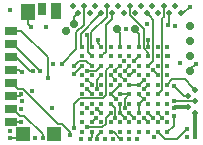
<source format=gbr>
G04 #@! TF.GenerationSoftware,KiCad,Pcbnew,(5.1.0)-1*
G04 #@! TF.CreationDate,2019-09-21T16:05:28-07:00*
G04 #@! TF.ProjectId,Miniscope-v4-wire-free,4d696e69-7363-46f7-9065-2d76342d7769,rev?*
G04 #@! TF.SameCoordinates,Original*
G04 #@! TF.FileFunction,Copper,L1,Top*
G04 #@! TF.FilePolarity,Positive*
%FSLAX46Y46*%
G04 Gerber Fmt 4.6, Leading zero omitted, Abs format (unit mm)*
G04 Created by KiCad (PCBNEW (5.1.0)-1) date 2019-09-21 16:05:28*
%MOMM*%
%LPD*%
G04 APERTURE LIST*
%ADD10C,0.700000*%
%ADD11C,0.370000*%
%ADD12C,0.508000*%
%ADD13R,0.900000X1.400000*%
%ADD14R,0.700000X1.000000*%
%ADD15R,1.200000X1.450000*%
%ADD16R,1.000000X0.700000*%
%ADD17R,1.200000X1.150000*%
%ADD18C,0.450000*%
%ADD19C,0.152400*%
%ADD20C,0.304800*%
G04 APERTURE END LIST*
D10*
X107172200Y-87789200D03*
X106461000Y-88424200D03*
X112277600Y-88246400D03*
X110750000Y-88250000D03*
D11*
X107839400Y-89726400D03*
X108639400Y-89726400D03*
X109439400Y-89726400D03*
X110239400Y-89726400D03*
X111039400Y-89726400D03*
X111839400Y-89726400D03*
X112639400Y-89726400D03*
X113439400Y-89726400D03*
X114239400Y-89726400D03*
X115039400Y-89726400D03*
X107839400Y-90526400D03*
X108639400Y-90526400D03*
X109439400Y-90526400D03*
X110239400Y-90526400D03*
X111039400Y-90526400D03*
X111839400Y-90526400D03*
X112639400Y-90526400D03*
X113439400Y-90526400D03*
X114239400Y-90526400D03*
X115039400Y-90526400D03*
X107839400Y-91326400D03*
X108639400Y-91326400D03*
X109439400Y-91326400D03*
X110239400Y-91326400D03*
X111039400Y-91326400D03*
X111839400Y-91326400D03*
X112639400Y-91326400D03*
X113439400Y-91326400D03*
X114239400Y-91326400D03*
X115039400Y-91326400D03*
X107839400Y-92126400D03*
X108639400Y-92126400D03*
X109439400Y-92126400D03*
X110239400Y-92126400D03*
X111039400Y-92126400D03*
X111839400Y-92126400D03*
X112639400Y-92126400D03*
X113439400Y-92126400D03*
X114239400Y-92126400D03*
X115039400Y-92126400D03*
X107839400Y-92926400D03*
X108639400Y-92926400D03*
X109439400Y-92926400D03*
X110239400Y-92926400D03*
X111039400Y-92926400D03*
X111839400Y-92926400D03*
X112639400Y-92926400D03*
X113439400Y-92926400D03*
X114239400Y-92926400D03*
X115039400Y-92926400D03*
X107839400Y-93726400D03*
X108639400Y-93726400D03*
X109439400Y-93726400D03*
X110239400Y-93726400D03*
X111039400Y-93726400D03*
X111839400Y-93726400D03*
X112639400Y-93726400D03*
X113439400Y-93726400D03*
X114239400Y-93726400D03*
X115039400Y-93726400D03*
X107839400Y-94526400D03*
X108639400Y-94526400D03*
X109439400Y-94526400D03*
X110239400Y-94526400D03*
X111039400Y-94526400D03*
X111839400Y-94526400D03*
X112639400Y-94526400D03*
X113439400Y-94526400D03*
X114239400Y-94526400D03*
X115039400Y-94526400D03*
X107839400Y-95326400D03*
X108639400Y-95326400D03*
X109439400Y-95326400D03*
X110239400Y-95326400D03*
X111039400Y-95326400D03*
X111839400Y-95326400D03*
X112639400Y-95326400D03*
X113439400Y-95326400D03*
X114239400Y-95326400D03*
X115039400Y-95326400D03*
X107839400Y-96126400D03*
X108639400Y-96126400D03*
X109439400Y-96126400D03*
X110239400Y-96126400D03*
X111039400Y-96126400D03*
X111839400Y-96126400D03*
X112639400Y-96126400D03*
X113439400Y-96126400D03*
X114239400Y-96126400D03*
X115039400Y-96126400D03*
X107839400Y-96926400D03*
X108639400Y-96926400D03*
X109439400Y-96926400D03*
X110239400Y-96926400D03*
X111039400Y-96926400D03*
X111839400Y-96926400D03*
X112639400Y-96926400D03*
X113439400Y-96926400D03*
X114239400Y-96926400D03*
X115039400Y-96926400D03*
D12*
X116189190Y-86874800D03*
X115706591Y-86265200D03*
X115223991Y-86874800D03*
X114741392Y-86265200D03*
X114258792Y-86874800D03*
X113776193Y-86265200D03*
X113293593Y-86874800D03*
X112810994Y-86265200D03*
X112328394Y-86874800D03*
X111845795Y-86265200D03*
X111363195Y-86874800D03*
X110880596Y-86265200D03*
X110397996Y-86874800D03*
X109915397Y-86265200D03*
X109432797Y-86874800D03*
X108950198Y-86265200D03*
X108467598Y-86874800D03*
X107984999Y-86265200D03*
X107502399Y-86874800D03*
X107019800Y-86265200D03*
D10*
X117002000Y-91751600D03*
X117002000Y-90481600D03*
X117002000Y-89211600D03*
D12*
X117408400Y-93377200D03*
X116798800Y-93859799D03*
X117408400Y-94342399D03*
X116798800Y-94824998D03*
X117408400Y-95307598D03*
D10*
X117002000Y-87941600D03*
D13*
X105577400Y-86708800D03*
D14*
X104427400Y-86508800D03*
D15*
X103277400Y-86733800D03*
D16*
X101787400Y-88358800D03*
X101787400Y-89458800D03*
X101787400Y-94958800D03*
X101787400Y-93858800D03*
X101787400Y-90558800D03*
X101787400Y-91658800D03*
X101787400Y-92758800D03*
X101787400Y-96058800D03*
D17*
X102837400Y-97133800D03*
X105427400Y-97133800D03*
D18*
X105267200Y-97466600D03*
X105241800Y-94926600D03*
X102676400Y-93732800D03*
X107502399Y-86874800D03*
X113039600Y-94173700D03*
X113039600Y-92539000D03*
X113903200Y-97390400D03*
X117433800Y-91142000D03*
X105394200Y-91142000D03*
X101736600Y-97441200D03*
X103463800Y-88017800D03*
X111398495Y-90948517D03*
X115681200Y-87967000D03*
X116697200Y-97339600D03*
X115630400Y-94901200D03*
X110674038Y-94173700D03*
X109102599Y-97517399D03*
X112455400Y-97492000D03*
X113293600Y-87763800D03*
X111566400Y-88221000D03*
X114614400Y-95714000D03*
X112252200Y-95739400D03*
X111439400Y-94926600D03*
X110626600Y-92539000D03*
X113065000Y-93326400D03*
X102676400Y-94952004D03*
X113776193Y-86265200D03*
X117002000Y-87941600D03*
X107731000Y-97492000D03*
X109737600Y-97492000D03*
X113827000Y-95714000D03*
X111439400Y-95714000D03*
X111439400Y-92564400D03*
X108239000Y-94926600D03*
X113039600Y-95764800D03*
X110403511Y-97492002D03*
X110652000Y-95714000D03*
X111820400Y-97492000D03*
X104784600Y-88017800D03*
X106511800Y-88246400D03*
X103844800Y-97415800D03*
X107019800Y-86265200D03*
X102701800Y-91853200D03*
X101729400Y-86620800D03*
X117408400Y-97365000D03*
X116087600Y-91065800D03*
X115579600Y-95561600D03*
X116748000Y-96653800D03*
X104911600Y-92386600D03*
X104276600Y-91751600D03*
X104479800Y-97441200D03*
X103641600Y-91777000D03*
X106765800Y-97212600D03*
X102651000Y-96095000D03*
X109051800Y-94952000D03*
X115605000Y-93047000D03*
X109026400Y-95739400D03*
X115630400Y-94291600D03*
X117002000Y-89211600D03*
X109051800Y-93326400D03*
X117002000Y-90481600D03*
X108239000Y-93326400D03*
X107172200Y-96628400D03*
X108493000Y-97492000D03*
X108271770Y-91742732D03*
X103590802Y-93428000D03*
X109153400Y-89160800D03*
X102701800Y-94317000D03*
X111159998Y-97492000D03*
X101736600Y-96857000D03*
X108260147Y-96535900D03*
X115706591Y-86265200D03*
X113429700Y-89135400D03*
X110880596Y-86265200D03*
X108213600Y-88703600D03*
X114258792Y-86874800D03*
X112226800Y-90948516D03*
X107984999Y-86265200D03*
X115079399Y-90526400D03*
X106130800Y-91167400D03*
X112328394Y-86874800D03*
X107146800Y-92005600D03*
X111363195Y-86874800D03*
X107121398Y-91370600D03*
X108467598Y-86874800D03*
X110652000Y-91728727D03*
X111439400Y-91751600D03*
X116951200Y-86316000D03*
X108950198Y-86265200D03*
X112226800Y-91751600D03*
X113852400Y-91700800D03*
X115131502Y-87907050D03*
X108264400Y-92513600D03*
X112810994Y-86265200D03*
D19*
X101787400Y-93858800D02*
X102550400Y-93858800D01*
X102550400Y-93858800D02*
X102676400Y-93732800D01*
X112639400Y-94526400D02*
X112686900Y-94526400D01*
X112686900Y-94526400D02*
X113039600Y-94173700D01*
X112639400Y-93773500D02*
X113039600Y-94173700D01*
X112639400Y-93726400D02*
X112639400Y-93773500D01*
X112639400Y-94526400D02*
X112639400Y-95326400D01*
X110239400Y-93726400D02*
X111039400Y-92926400D01*
X111839400Y-92926400D02*
X112639400Y-92926400D01*
X112639400Y-92926400D02*
X112652200Y-92926400D01*
X112652200Y-92926400D02*
X113039600Y-92539000D01*
X117002000Y-91751600D02*
X117002000Y-91573800D01*
X117002000Y-91573800D02*
X117433800Y-91142000D01*
X102530000Y-97441200D02*
X102837400Y-97133800D01*
X101736600Y-97441200D02*
X102530000Y-97441200D01*
X103277400Y-86733800D02*
X103277400Y-87831400D01*
X103277400Y-87831400D02*
X103463800Y-88017800D01*
D20*
X116798800Y-94824998D02*
X115706602Y-94824998D01*
X115706602Y-94824998D02*
X115630400Y-94901200D01*
D19*
X110239400Y-93726400D02*
X110239400Y-93739062D01*
X110239400Y-93739062D02*
X110674038Y-94173700D01*
X109102599Y-97263201D02*
X109102599Y-97517399D01*
X109439400Y-96926400D02*
X109102599Y-97263201D01*
X107172200Y-87204999D02*
X107502399Y-86874800D01*
X107172200Y-87789200D02*
X107172200Y-87204999D01*
X114239400Y-95326400D02*
X114239400Y-95339000D01*
X114239400Y-95339000D02*
X114614400Y-95714000D01*
X111839400Y-95326400D02*
X111839400Y-95326600D01*
X111839400Y-95326600D02*
X112252200Y-95739400D01*
X113439400Y-92926400D02*
X113439400Y-92938800D01*
X111839400Y-93726400D02*
X111439400Y-94126400D01*
X111439400Y-94126400D02*
X111439400Y-94926600D01*
X110239400Y-92126400D02*
X110239400Y-92151800D01*
X110239400Y-92151800D02*
X110626600Y-92539000D01*
X113439400Y-92926400D02*
X113439400Y-92952000D01*
X113439400Y-92952000D02*
X113065000Y-93326400D01*
X111039400Y-93726400D02*
X111839400Y-93726400D01*
X113439400Y-95326400D02*
X113827000Y-95714000D01*
X111039400Y-94526400D02*
X111039400Y-95326400D01*
X111039400Y-95326400D02*
X111051800Y-95326400D01*
X111051800Y-95326400D02*
X111439400Y-95714000D01*
X111039400Y-92126400D02*
X111039400Y-92164400D01*
X111039400Y-92164400D02*
X111439400Y-92564400D01*
X113439400Y-96126400D02*
X113401200Y-96126400D01*
X113401200Y-96126400D02*
X113039600Y-95764800D01*
X110239400Y-94526400D02*
X110652000Y-94939000D01*
X110652000Y-94939000D02*
X110652000Y-95714000D01*
X101787400Y-91658800D02*
X102507400Y-91658800D01*
X102507400Y-91658800D02*
X102701800Y-91853200D01*
D20*
X117408400Y-95307598D02*
X117408400Y-97365000D01*
D19*
X115039400Y-96926400D02*
X115579600Y-96386200D01*
X115579600Y-96386200D02*
X115579600Y-95561600D01*
X116523001Y-96878799D02*
X116748000Y-96653800D01*
X115891526Y-97510274D02*
X116523001Y-96878799D01*
X114823274Y-97510274D02*
X115891526Y-97510274D01*
X114239400Y-96926400D02*
X114823274Y-97510274D01*
X102661800Y-88358800D02*
X101787400Y-88358800D01*
X104911600Y-92386600D02*
X104911600Y-90608600D01*
X104911600Y-90608600D02*
X102661800Y-88358800D01*
X101983800Y-89458800D02*
X101787400Y-89458800D01*
X104276600Y-91751600D02*
X101983800Y-89458800D01*
X104479800Y-97123002D02*
X104479800Y-97441200D01*
X102918398Y-95561600D02*
X104479800Y-97123002D01*
X102540200Y-95561600D02*
X102918398Y-95561600D01*
X101787400Y-94958800D02*
X101937400Y-94958800D01*
X101937400Y-94958800D02*
X102540200Y-95561600D01*
X102220200Y-90558800D02*
X101787400Y-90558800D01*
X103641600Y-91777000D02*
X103438400Y-91777000D01*
X103438400Y-91777000D02*
X102220200Y-90558800D01*
X102439800Y-93261200D02*
X102839800Y-93261200D01*
X105800600Y-96222000D02*
X106093398Y-96222000D01*
X102839800Y-93261200D02*
X105800600Y-96222000D01*
X101937400Y-92758800D02*
X102439800Y-93261200D01*
X106093398Y-96222000D02*
X106765800Y-96894402D01*
X106765800Y-96894402D02*
X106765800Y-97212600D01*
X101787400Y-92758800D02*
X101937400Y-92758800D01*
X101787400Y-96058800D02*
X102614800Y-96058800D01*
X102614800Y-96058800D02*
X102651000Y-96095000D01*
X117154401Y-93123201D02*
X117408400Y-93377200D01*
X116519400Y-92488200D02*
X117154401Y-93123201D01*
X115039400Y-92926400D02*
X115477600Y-92488200D01*
X115477600Y-92488200D02*
X116519400Y-92488200D01*
X109439400Y-95326400D02*
X109426200Y-95326400D01*
X109426200Y-95326400D02*
X109051800Y-94952000D01*
X116798800Y-93859799D02*
X116417799Y-93859799D01*
X116417799Y-93859799D02*
X115605000Y-93047000D01*
X108639400Y-96126400D02*
X109026400Y-95739400D01*
X117408400Y-94342399D02*
X115681199Y-94342399D01*
X115681199Y-94342399D02*
X115630400Y-94291600D01*
X109439400Y-92126400D02*
X109051800Y-92514000D01*
X109051800Y-92514000D02*
X109051800Y-93326400D01*
X108639400Y-93726400D02*
X108639000Y-93726400D01*
X108639000Y-93726400D02*
X108239000Y-93326400D01*
X109889299Y-91676501D02*
X109889299Y-93794651D01*
X107172200Y-96310202D02*
X107172200Y-96628400D01*
X110239400Y-91326400D02*
X109889299Y-91676501D01*
X109889299Y-93794651D02*
X109595550Y-94088400D01*
X109595550Y-94088400D02*
X107680200Y-94088400D01*
X107680200Y-94088400D02*
X107172200Y-94596400D01*
X107172200Y-94596400D02*
X107172200Y-96310202D01*
X108639400Y-97345600D02*
X108493000Y-97492000D01*
X108639400Y-96926400D02*
X108639400Y-97345600D01*
X109023068Y-91742732D02*
X108589968Y-91742732D01*
X108589968Y-91742732D02*
X108271770Y-91742732D01*
X109439400Y-91326400D02*
X109023068Y-91742732D01*
X109439400Y-89726400D02*
X109153400Y-89440400D01*
X109153400Y-89440400D02*
X109153400Y-89160800D01*
X111066629Y-97492000D02*
X111159998Y-97492000D01*
X110501029Y-96926400D02*
X111066629Y-97492000D01*
X110239400Y-96926400D02*
X110501029Y-96926400D01*
X110239400Y-95326400D02*
X109839200Y-95726600D01*
X109548050Y-96535900D02*
X108260147Y-96535900D01*
X109839200Y-95726600D02*
X109839200Y-96244750D01*
X109839200Y-96244750D02*
X109548050Y-96535900D01*
X109178798Y-87128799D02*
X109432797Y-86874800D01*
X107705600Y-88601997D02*
X109178798Y-87128799D01*
X107839400Y-89726400D02*
X107705600Y-89592600D01*
X107705600Y-89592600D02*
X107705600Y-88601997D01*
X109915397Y-86624410D02*
X109915397Y-86265200D01*
X109915397Y-87205003D02*
X109915397Y-86624410D01*
X108620000Y-88500400D02*
X109915397Y-87205003D01*
X108639400Y-89726400D02*
X108620000Y-89707000D01*
X108620000Y-89707000D02*
X108620000Y-88500400D01*
X113439400Y-89726400D02*
X113439400Y-89145100D01*
X113439400Y-89145100D02*
X113429700Y-89135400D01*
X108289299Y-88779299D02*
X108213600Y-88703600D01*
X108639400Y-90526400D02*
X108289299Y-90176299D01*
X108289299Y-90176299D02*
X108289299Y-88779299D01*
X109624399Y-90341401D02*
X109439400Y-90526400D01*
X109839200Y-90126600D02*
X109624399Y-90341401D01*
X109839200Y-87890800D02*
X109839200Y-90126600D01*
X110397996Y-86874800D02*
X110397996Y-87332004D01*
X110397996Y-87332004D02*
X109839200Y-87890800D01*
X112226800Y-90939000D02*
X112226800Y-90948516D01*
X112639400Y-90526400D02*
X112226800Y-90939000D01*
X107984999Y-86624410D02*
X107984999Y-86265200D01*
X107984999Y-87840001D02*
X107984999Y-86624410D01*
X107350000Y-88475000D02*
X107984999Y-87840001D01*
X106130800Y-91167400D02*
X107350000Y-89948200D01*
X107350000Y-89948200D02*
X107350000Y-88475000D01*
X107160200Y-92005600D02*
X107146800Y-92005600D01*
X107839400Y-91326400D02*
X107160200Y-92005600D01*
X107346397Y-91145601D02*
X107121398Y-91370600D01*
X107603998Y-90888000D02*
X107346397Y-91145601D01*
X108639400Y-91326400D02*
X108201000Y-90888000D01*
X108201000Y-90888000D02*
X107603998Y-90888000D01*
X111039400Y-91326400D02*
X110652000Y-91713800D01*
X110652000Y-91713800D02*
X110652000Y-91728727D01*
X111839400Y-91326400D02*
X111839400Y-91351600D01*
X111839400Y-91351600D02*
X111439400Y-91751600D01*
X116392400Y-86874800D02*
X116951200Y-86316000D01*
X116189190Y-86874800D02*
X116392400Y-86874800D01*
X113547592Y-87128799D02*
X113293593Y-86874800D01*
X113852400Y-87433607D02*
X113547592Y-87128799D01*
X113439400Y-91326400D02*
X113852400Y-90913400D01*
X113852400Y-90913400D02*
X113852400Y-87433607D01*
X111839400Y-92126400D02*
X111852000Y-92126400D01*
X111852000Y-92126400D02*
X112226800Y-91751600D01*
X114239400Y-92126400D02*
X114239400Y-92087800D01*
X114239400Y-92087800D02*
X113852400Y-91700800D01*
X115223991Y-87814561D02*
X115131502Y-87907050D01*
X115223991Y-86874800D02*
X115223991Y-87814561D01*
X108639400Y-92926400D02*
X108639400Y-92888600D01*
X108639400Y-92888600D02*
X108264400Y-92513600D01*
X114424399Y-93541401D02*
X114239400Y-93726400D01*
X114614400Y-93351400D02*
X114424399Y-93541401D01*
X114614400Y-87306600D02*
X114614400Y-93351400D01*
X114741392Y-86265200D02*
X114741392Y-87179608D01*
X114741392Y-87179608D02*
X114614400Y-87306600D01*
X112639400Y-88608200D02*
X112277600Y-88246400D01*
X112639400Y-89726400D02*
X112639400Y-88608200D01*
X111039400Y-88539400D02*
X110750000Y-88250000D01*
X111039400Y-89726400D02*
X111039400Y-88539400D01*
X111845795Y-86624410D02*
X111845795Y-86265200D01*
X111845795Y-87012471D02*
X111845795Y-86624410D01*
X113039600Y-88206276D02*
X111845795Y-87012471D01*
X113039600Y-89864971D02*
X113039600Y-88206276D01*
X113439400Y-90526400D02*
X113439400Y-90264771D01*
X113439400Y-90264771D02*
X113039600Y-89864971D01*
M02*

</source>
